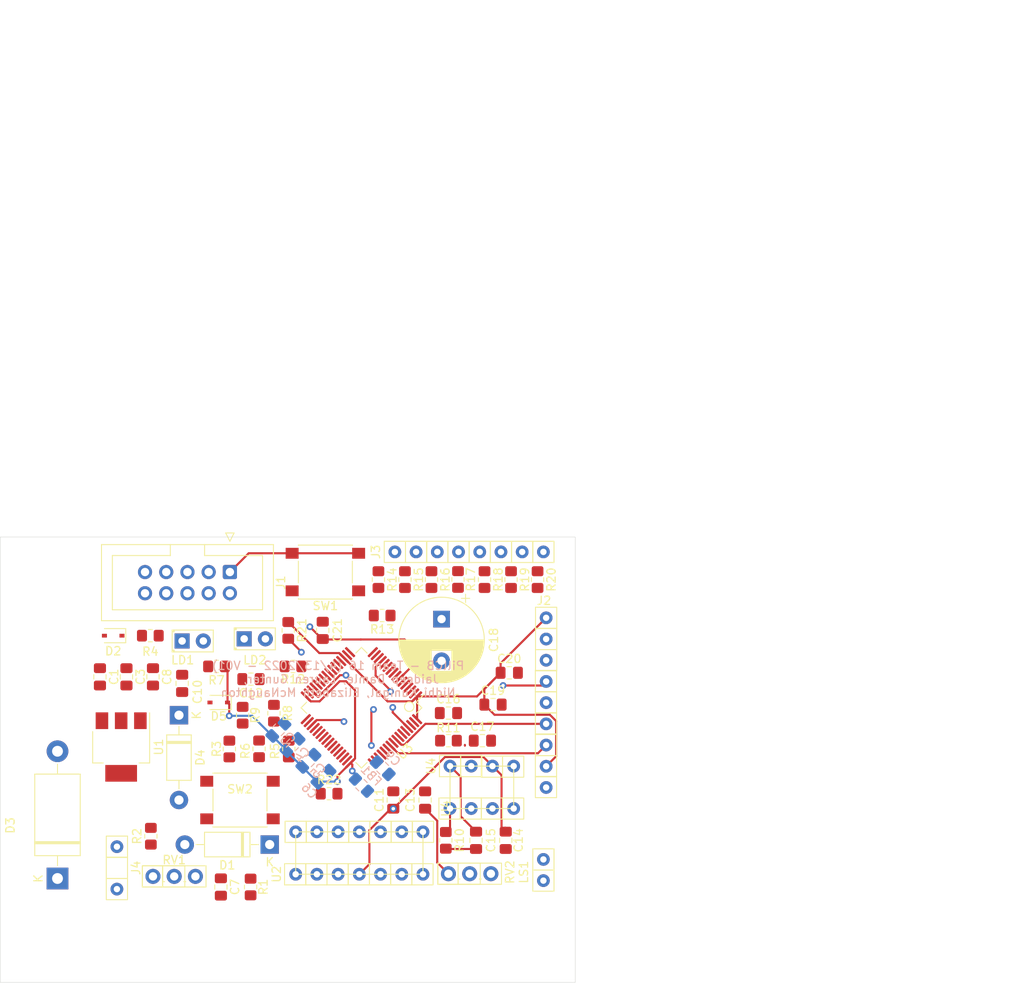
<source format=kicad_pcb>
(kicad_pcb (version 20211014) (generator pcbnew)
  (title_block (title "PillCB - Team 16") (date "2020-06-22") (rev "v01") (comment 4 "Jaideep Damle, Lauren Gunter, Nidhi Kunigal, Elizabeth McNaughton"))
  (layers (0 "F.Cu" signal) (1 "In1.Cu" signal "Ground.Cu") (2 "In2.Cu" signal "Power.Cu") (31 "B.Cu" signal) (34 "B.Paste" user) (35 "F.Paste" user) (36 "B.SilkS" user "B.Silkscreen") (37 "F.SilkS" user "F.Silkscreen") (38 "B.Mask" user) (39 "F.Mask" user) (44 "Edge.Cuts" user))
  (net 0 "")
  (net 1 "Net-(R10-Pad1)")
  (net 2 "GND")
  (net 3 "Net-(RV2-Pad2)")
  (net 4 "Net-(C18-Pad1)")
  (net 5 "+5V")
  (net 6 "Net-(C16-Pad1)")
  (net 7 "Net-(C15-Pad2)")
  (net 8 "Net-(R8-Pad2)")
  (net 9 "Net-(C7-Pad1)")
  (net 10 "Net-(R5-Pad2)")
  (net 11 "+3V0")
  (net 12 "PB8")
  (net 13 "PB11")
  (net 14 "PB14")
  (net 15 "PB5")
  (net 16 "PB3")
  (net 17 "/ignore")
  (net 18 "/AC_SIGNAL")
  (net 19 "/PC0")
  (net 20 "/PC1")
  (net 21 "/PC7")
  (net 22 "/PC2")
  (net 23 "/PC3")
  (net 24 "/PC4")
  (net 25 "/PC5")
  (net 26 "/PC6")
  (net 27 "/NRST")
  (net 28 "/BOOT0")
  (net 29 "Net-(C17-Pad1)")
  (net 30 "Net-(C15-Pad1)")
  (net 31 "/PB2")
  (net 32 "Net-(LD2-Pad2)")
  (net 33 "Net-(LD1-Pad2)")
  (net 34 "Net-(R2-Pad1)")
  (net 35 "Net-(R1-Pad1)")
  (net 36 "Net-(C13-Pad2)")
  (net 37 "Net-(C10-Pad1)")
  (net 38 "/PC13")
  (net 39 "/PC14")
  (net 40 "/PC15")
  (net 41 "/PF0")
  (net 42 "/PF1")
  (net 43 "/3VA")
  (net 44 "/PA0")
  (net 45 "/PA1")
  (net 46 "/PA2")
  (net 47 "/PA3")
  (net 48 "/PA4")
  (net 49 "/PA5")
  (net 50 "/PA6")
  (net 51 "/PA7")
  (net 52 "/PB0")
  (net 53 "/PB1")
  (net 54 "/PB10")
  (net 55 "/PB12")
  (net 56 "/PB13")
  (net 57 "/PB15")
  (net 58 "/PC8")
  (net 59 "/PC9")
  (net 60 "/PA8")
  (net 61 "/PA9")
  (net 62 "/PA10")
  (net 63 "/PA11")
  (net 64 "/PA12")
  (net 65 "/PA13")
  (net 66 "/PA14")
  (net 67 "/PA15")
  (net 68 "/PC10")
  (net 69 "/PC11")
  (net 70 "/PC12")
  (net 71 "/PD2")
  (net 72 "/PB4")
  (net 73 "/PB6")
  (net 74 "/PB7")
  (net 75 "/PB9")
  (net 76 "Net-(D3-Pad2)")
  (net 77 "/U5V")
  (net 79 "/V3.3_IN")
  (net 80 "Net-(J3-Pad1)")
  (net 81 "Net-(J3-Pad2)")
  (net 82 "Net-(J3-Pad3)")
  (net 83 "Net-(J3-Pad4)")
  (net 84 "Net-(J3-Pad5)")
  (net 85 "Net-(J3-Pad6)")
  (net 86 "Net-(J3-Pad7)")
  (net 87 "Net-(J3-Pad8)")
  (net 88 "Net-(LS1-Pad1)")
  (net 89 "Net-(R22-Pad2)")
  (footprint "local_models:J2" (layer "F.Cu") (at 135.14562 101.01676)
    (fp_text reference "J3")
    (fp_text value "Conn_01x08_Female")
  )
  (footprint "Capacitor_SMD:C_0805_2012Metric_Pad1.18x1.45mm_HandSolder" (layer "F.Cu") (at 139.95012 115.49476)
    (fp_text reference "C20")
    (fp_text value "10uF")
  )
  (footprint "Capacitor_THT:CP_Radial_D10.0mm_P5.00mm" (layer "F.Cu") (at 131.84362 109.063083 -90)
    (fp_text reference "C18")
    (fp_text value "220uF")
  )
  (footprint "Resistor_SMD:R_0805_2012Metric_Pad1.20x1.40mm_HandSolder" (layer "F.Cu") (at 136.98712 104.33476 -90)
    (fp_text reference "R18")
    (fp_text value "1K")
  )
  (footprint "Diode_THT:D_DO-201_P15.24mm_Horizontal" (layer "F.Cu") (at 85.86962 140.13276 90)
    (fp_text reference "D3")
    (fp_text value "1N522B")
  )
  (footprint "Capacitor_SMD:C_0805_2012Metric_Pad1.18x1.45mm_HandSolder" (layer "F.Cu") (at 135.97112 135.56076 90)
    (fp_text reference "C15")
    (fp_text value "10uF")
  )
  (footprint "Diode_SMD:D_SOD-323" (layer "F.Cu") (at 105.17362 119.05076 180)
    (fp_text reference "D5")
    (fp_text value "BAT60JFILM")
  )
  (footprint "Capacitor_SMD:C_0805_2012Metric_Pad1.18x1.45mm_HandSolder" (layer "F.Cu") (at 132.66912 120.32076)
    (fp_text reference "C16")
    (fp_text value "10uF")
  )
  (footprint "local_models:potentiometer" (layer "F.Cu") (at 97.29962 139.87876 -90)
    (fp_text reference "RV1")
    (fp_text value "R_Potentiometer_10k")
  )
  (footprint "local_models:J1" (layer "F.Cu") (at 92.98162 138.86276 90)
    (fp_text reference "J4")
    (fp_text value "Conn_01x02_Female")
  )
  (footprint "Capacitor_SMD:C_0805_2012Metric_Pad1.18x1.45mm_HandSolder" (layer "F.Cu") (at 109.02562 116.25676 180)
    (fp_text reference "C12")
    (fp_text value ".1uF")
  )
  (footprint "Capacitor_SMD:C_0805_2012Metric_Pad1.18x1.45mm_HandSolder" (layer "F.Cu") (at 90.94962 115.98126 -90)
    (fp_text reference "C1")
    (fp_text value "22uF")
  )
  (footprint "Button_Switch_SMD:SW_SPST_PTS645" (layer "F.Cu") (at 117.93712 103.42976 180)
    (fp_text reference "SW1")
    (fp_text value "SW_Push")
  )
  (footprint "Resistor_SMD:R_0805_2012Metric_Pad1.20x1.40mm_HandSolder" (layer "F.Cu") (at 106.44362 124.62276 90)
    (fp_text reference "R3")
    (fp_text value "1M")
  )
  (footprint "Resistor_SMD:R_0805_2012Metric_Pad1.20x1.40mm_HandSolder" (layer "F.Cu") (at 96.98212 111.04976)
    (fp_text reference "R4")
    (fp_text value "5.1k")
  )
  (footprint "Resistor_SMD:R_0805_2012Metric_Pad1.20x1.40mm_HandSolder" (layer "F.Cu") (at 111.77762 120.33676 -90)
    (fp_text reference "R8")
    (fp_text value "12k")
  )
  (footprint "local_models:LS1" (layer "F.Cu") (at 144.03562 139.11676 -90)
    (fp_text reference "LS1")
    (fp_text value "Speaker")
  )
  (footprint "Button_Switch_SMD:SW_SPST_PTS645" (layer "F.Cu") (at 107.71362 130.73476)
    (fp_text reference "SW2")
    (fp_text value "SW_Push")
  )
  (footprint "Resistor_SMD:R_0805_2012Metric_Pad1.20x1.40mm_HandSolder" (layer "F.Cu") (at 108.03112 120.57476 90)
    (fp_text reference "R9")
    (fp_text value "2.2k")
  )
  (footprint "Resistor_SMD:R_0805_2012Metric_Pad1.20x1.40mm_HandSolder" (layer "F.Cu") (at 113.55562 124.62276 90)
    (fp_text reference "R5")
    (fp_text value "10k")
  )
  (footprint "Resistor_SMD:R_0805_2012Metric_Pad1.20x1.40mm_HandSolder" (layer "F.Cu") (at 132.66912 123.62276)
    (fp_text reference "R11")
    (fp_text value "10")
  )
  (footprint "local_models:U2" (layer "F.Cu") (at 122.00112 137.08476 90)
    (fp_text reference "U2")
    (fp_text value "LM324")
  )
  (footprint "Capacitor_SMD:C_0805_2012Metric_Pad1.18x1.45mm_HandSolder" (layer "F.Cu") (at 138.00312 119.30476)
    (fp_text reference "C19")
    (fp_text value ".1uF")
  )
  (footprint "LED_THT:LED_D2.0mm_W4.8mm_H2.5mm_FlatTop" (layer "F.Cu") (at 108.21662 111.43076)
    (fp_text reference "LD2")
    (fp_text value "LED_Green")
  )
  (footprint "Capacitor_SMD:C_0805_2012Metric_Pad1.18x1.45mm_HandSolder" (layer "F.Cu") (at 126.06512 130.73476 90)
    (fp_text reference "C11")
    (fp_text value ".1uF")
  )
  (footprint "Package_QFP:LQFP-64_10x10mm_P0.5mm" (layer "F.Cu") (at 122.25512 119.68576 -135)
    (fp_text reference "U3")
    (fp_text value "STM32F091RCTx")
  )
  (footprint "Diode_THT:D_DO-41_SOD81_P10.16mm_Horizontal" (layer "F.Cu") (at 111.26962 136.06876 180)
    (fp_text reference "D1")
    (fp_text value "1N5819")
  )
  (footprint "Resistor_SMD:R_0805_2012Metric_Pad1.20x1.40mm_HandSolder" (layer "F.Cu") (at 109.99962 124.60676 90)
    (fp_text reference "R6")
    (fp_text value "120k")
  )
  (footprint "local_models:potentiometer" (layer "F.Cu") (at 132.66912 139.56126 -90)
    (fp_text reference "RV2")
    (fp_text value "R_Potentiometer_10k")
  )
  (footprint "LED_THT:LED_D2.0mm_W4.8mm_H2.5mm_FlatTop" (layer "F.Cu") (at 100.78712 111.68476)
    (fp_text reference "LD1")
    (fp_text value "LED_Red")
  )
  (footprint "Resistor_SMD:R_0805_2012Metric_Pad1.20x1.40mm_HandSolder" (layer "F.Cu") (at 140.16212 104.33476 -90)
    (fp_text reference "R19")
    (fp_text value "1K")
  )
  (footprint "Capacitor_SMD:C_0805_2012Metric_Pad1.18x1.45mm_HandSolder" (layer "F.Cu") (at 94.12462 115.98126 -90)
    (fp_text reference "C3")
    (fp_text value ".1uF")
  )
  (footprint "Resistor_SMD:R_0805_2012Metric_Pad1.20x1.40mm_HandSolder" (layer "F.Cu") (at 143.33712 104.33476 -90)
    (fp_text reference "R20")
    (fp_text value "1K")
  )
  (footprint "Package_TO_SOT_SMD:SOT-223-3_TabPin2" (layer "F.Cu") (at 93.48962 124.38476 -90)
    (fp_text reference "U1")
    (fp_text value "LD1117S33TR_SOT223")
  )
  (footprint "Capacitor_SMD:C_0805_2012Metric_Pad1.18x1.45mm_HandSolder" (layer "F.Cu") (at 117.61962 110.41476 90)
    (fp_text reference "C21")
    (fp_text value ".1uF")
  )
  (footprint "Capacitor_SMD:C_0805_2012Metric_Pad1.18x1.45mm_HandSolder" (layer "F.Cu") (at 139.52712 135.56076 90)
    (fp_text reference "C14")
    (fp_text value ".1uF")
  )
  (footprint "Resistor_SMD:R_0805_2012Metric_Pad1.20x1.40mm_HandSolder" (layer "F.Cu") (at 108.98362 141.14876 -90)
    (fp_text reference "R1")
    (fp_text value "10k")
  )
  (footprint "Capacitor_SMD:C_0805_2012Metric_Pad1.18x1.45mm_HandSolder" (layer "F.Cu") (at 129.87512 130.73476 -90)
    (fp_text reference "C13")
    (fp_text value "10uF")
  )
  (footprint "Resistor_SMD:R_0805_2012Metric_Pad1.20x1.40mm_HandSolder" (layer "F.Cu") (at 113.49212 110.41476 -90)
    (fp_text reference "R21")
    (fp_text value "100K")
  )
  (footprint "Capacitor_SMD:C_0805_2012Metric_Pad1.18x1.45mm_HandSolder" (layer "F.Cu") (at 97.29962 115.98126 -90)
    (fp_text reference "C8")
    (fp_text value ".1uF")
  )
  (footprint "Diode_THT:D_DO-41_SOD81_P10.16mm_Horizontal" (layer "F.Cu") (at 100.41112 120.57476 -90)
    (fp_text reference "D4")
    (fp_text value "1N5819")
  )
  (footprint "Diode_SMD:D_SOD-323" (layer "F.Cu") (at 92.53712 111.04976 180)
    (fp_text reference "D2")
    (fp_text value "BAT60JFILM")
  )
  (footprint "Resistor_SMD:R_0805_2012Metric_Pad1.20x1.40mm_HandSolder" (layer "F.Cu") (at 127.46212 104.33476 -90)
    (fp_text reference "R15")
    (fp_text value "1K")
  )
  (footprint "Resistor_SMD:R_0805_2012Metric_Pad1.20x1.40mm_HandSolder" (layer "F.Cu") (at 118.38162 129.97276)
    (fp_text reference "R22")
    (fp_text value "10k")
  )
  (footprint "Resistor_SMD:R_0805_2012Metric_Pad1.20x1.40mm_HandSolder" (layer "F.Cu") (at 130.63712 104.33476 -90)
    (fp_text reference "R16")
    (fp_text value "1K")
  )
  (footprint "Resistor_SMD:R_0805_2012Metric_Pad1.20x1.40mm_HandSolder" (layer "F.Cu") (at 104.90362 114.73276 180)
    (fp_text reference "R7")
    (fp_text value "1k")
  )
  (footprint "Capacitor_SMD:C_0805_2012Metric_Pad1.18x1.45mm_HandSolder" (layer "F.Cu") (at 136.73312 123.62276)
    (fp_text reference "C17")
    (fp_text value ".1uF")
  )
  (footprint "local_models:U4" (layer "F.Cu") (at 136.66962 129.21076 90)
    (fp_text reference "U4")
    (fp_text value "LM386")
  )
  (footprint "Resistor_SMD:R_0805_2012Metric_Pad1.20x1.40mm_HandSolder" (layer "F.Cu") (at 132.35162 135.56076 -90)
    (fp_text reference "R10")
    (fp_text value "1.2K")
  )
  (footprint "Resistor_SMD:R_0805_2012Metric_Pad1.20x1.40mm_HandSolder" (layer "F.Cu") (at 133.81212 104.31876 90)
    (fp_text reference "R17")
    (fp_text value "1K")
  )
  (footprint "Resistor_SMD:R_0805_2012Metric_Pad1.20x1.40mm_HandSolder" (layer "F.Cu") (at 124.73162 108.63676 180)
    (fp_text reference "R13")
    (fp_text value "1K")
  )
  (footprint "Resistor_SMD:R_0805_2012Metric_Pad1.20x1.40mm_HandSolder" (layer "F.Cu") (at 124.28712 104.33476 -90)
    (fp_text reference "R14")
    (fp_text value "1K")
  )
  (footprint "local_models:J3" (layer "F.Cu") (at 145.633745 119.05076)
    (fp_text reference "J2")
    (fp_text value "Conn_01x09_Female")
  )
  (footprint "Connector_IDC:IDC-Header_2x05_P2.54mm_Vertical" (layer "F.Cu") (at 106.50712 103.42976 -90)
    (fp_text reference "J1")
    (fp_text value "Conn_02x05_Odd_Even")
  )
  (footprint "Capacitor_SMD:C_0805_2012Metric_Pad1.18x1.45mm_HandSolder" (layer "F.Cu") (at 105.42762 141.14876 -90)
    (fp_text reference "C7")
    (fp_text value ".1uF")
  )
  (footprint "Resistor_SMD:R_0805_2012Metric_Pad1.20x1.40mm_HandSolder" (layer "F.Cu") (at 97.04562 135.06876 90)
    (fp_text reference "R2")
    (fp_text value "10k")
  )
  (footprint "Capacitor_SMD:C_0805_2012Metric_Pad1.18x1.45mm_HandSolder" (layer "F.Cu") (at 100.79212 116.76476 -90)
    (fp_text reference "C10")
    (fp_text value "22uF")
  )
  (footprint "Resistor_SMD:R_0805_2012Metric_Pad1.20x1.40mm_HandSolder" (layer "F.Cu") (at 114.06362 114.73276)
    (fp_text reference "R12")
    (fp_text value "100K")
  )
  (footprint "Capacitor_SMD:C_0805_2012Metric_Pad1.18x1.45mm_HandSolder" (layer "B.Cu") (at 114.00012 124.13076 45)
    (fp_text reference "C4")
    (fp_text value ".1uF")
  )
  (footprint "Capacitor_SMD:C_0805_2012Metric_Pad1.18x1.45mm_HandSolder" (layer "B.Cu") (at 117.711497 127.94076 45)
    (fp_text reference "C6")
    (fp_text value ".1uF")
  )
  (footprint "Capacitor_SMD:C_0805_2012Metric_Pad1.18x1.45mm_HandSolder" (layer "B.Cu") (at 112.313997 122.324383 45)
    (fp_text reference "C2")
    (fp_text value ".1uF")
  )
  (footprint "Capacitor_SMD:C_0805_2012Metric_Pad1.18x1.45mm_HandSolder" (layer "B.Cu") (at 124.79512 126.92476 135)
    (fp_text reference "C9")
    (fp_text value ".1uF")
  )
  (footprint "Inductor_SMD:L_0805_2012Metric_Pad1.15x1.40mm_HandSolder" (layer "B.Cu") (at 122.25512 128.95676 135)
    (fp_text reference "FB1")
    (fp_text value "Ferrite Bead")
  )
  (footprint "Capacitor_SMD:C_0805_2012Metric_Pad1.18x1.45mm_HandSolder" (layer "B.Cu") (at 115.90512 126.03576 45)
    (fp_text reference "C5")
    (fp_text value ".1uF")
  )
  (gr_circle (center 127.973659 119.55876) (end 128.481659 119.81276) (layer "F.SilkS") (width 0.12) (fill none))
  (gr_rect (start 79.01162 152.57876) (end 147.84562 99.23876) (layer "Edge.Cuts") (width 0.05) (fill none))
  (gr_text "PillCB - Team 16 (4/13/2022 - V01)\nJaideep Damle, Lauren Gunter, \nNidhi Kunigal, Elizabeth McNaughton" (at 119.46112 116.25676) (layer "B.SilkS") (effects (font (size 1 1)) (justify mirror)))
  (segment (start 132.85962 134.05276) (end 132.35162 134.56076) (width 0.25) (layer "F.Cu") (net 1))
  (segment (start 132.85962 131.75076) (end 132.85962 134.05276) (width 0.25) (layer "F.Cu") (net 1))
  (segment (start 135.39962 131.75076) (end 135.39962 132.020753) (width 0.25) (layer "F.Cu") (net 2))
  (segment (start 113.04762 121.679253) (end 113.04762 121.59076) (width 0.25) (layer "F.Cu") (net 2))
  (segment (start 111.265127 128.48476) (end 111.69362 128.48476) (width 0.25) (layer "F.Cu") (net 2))
  (segment (start 113.04762 121.59076) (end 113.136113 121.59076) (width 0.25) (layer "F.Cu") (net 2))
  (segment (start 106.45962 123.60676) (end 106.44362 123.62276) (width 0.25) (layer "F.Cu") (net 2))
  (segment (start 108.94612 142.18626) (end 108.98362 142.14876) (width 0.25) (layer "F.Cu") (net 2))
  (segment (start 137.93962 126.67076) (end 136.853109 125.584249) (width 0.25) (layer "F.Cu") (net 5))
  (segment (start 123.20762 134.3417) (end 123.20762 138.41826) (width 0.25) (layer "F.Cu") (net 5))
  (segment (start 137.93962 126.67076) (end 139.026131 127.757271) (width 0.25) (layer "F.Cu") (net 5))
  (segment (start 139.026131 127.757271) (end 139.026131 134.022271) (width 0.25) (layer "F.Cu") (net 5))
  (segment (start 125.77706 131.77226) (end 123.20762 134.3417) (width 0.25) (layer "F.Cu") (net 5))
  (segment (start 139.46362 134.45976) (end 139.46362 134.03676) (width 0.25) (layer "F.Cu") (net 5))
  (segment (start 132.253131 125.584249) (end 126.06512 131.77226) (width 0.25) (layer "F.Cu") (net 5))
  (segment (start 139.026131 134.022271) (end 139.52712 134.52326) (width 0.25) (layer "F.Cu") (net 5))
  (segment (start 123.20762 138.41826) (end 122.00112 139.62476) (width 0.25) (layer "F.Cu") (net 5))
  (segment (start 126.06512 131.77226) (end 125.77706 131.77226) (width 0.25) (layer "F.Cu") (net 5))
  (segment (start 139.52712 134.52326) (end 139.46362 134.45976) (width 0.25) (layer "F.Cu") (net 5))
  (segment (start 136.853109 125.584249) (end 132.253131 125.584249) (width 0.25) (layer "F.Cu") (net 5))
  (via (at 126.06512 131.77226) (size 0.8) (drill 0.4) (layers "F.Cu" "B.Cu") (net 5))
  (via (at 126.06512 131.77226) (size 0.8) (drill 0.4) (layers "F.Cu" "B.Cu") (net 5))
  (segment (start 131.63162 120.32076) (end 131.979613 120.32076) (width 0.25) (layer "F.Cu") (net 6))
  (segment (start 134.63762 124.13076) (end 134.63762 124.22276) (width 0.25) (layer "F.Cu") (net 6))
  (segment (start 135.97112 134.52326) (end 134.12962 132.68176) (width 0.25) (layer "F.Cu") (net 7))
  (segment (start 134.12962 127.94076) (end 132.85962 126.67076) (width 0.25) (layer "F.Cu") (net 7))
  (segment (start 134.12962 132.68176) (end 134.12962 127.94076) (width 0.25) (layer "F.Cu") (net 7))
  (segment (start 116.184613 118.918553) (end 115.590639 118.324579) (width 0.25) (layer "F.Cu") (net 11))
  (segment (start 138.91262 115.49476) (end 138.29912 116.10826) (width 0.25) (layer "F.Cu") (net 11))
  (segment (start 145.55962 121.271326) (end 145.55962 125.496136) (width 0.25) (layer "F.Cu") (net 11))
  (segment (start 136.96562 119.30476) (end 138.18636 120.5255) (width 0.25) (layer "F.Cu") (net 11))
  (segment (start 117.211772 113.134412) (end 119.59286 113.134412) (width 0.25) (layer "F.Cu") (net 11))
  (segment (start 138.91262 115.49476) (end 138.91262 114.363136) (width 0.25) (layer "F.Cu") (net 11))
  (segment (start 120.893939 126.350241) (end 119.38 127.86418) (width 0.25) (layer "F.Cu") (net 11))
  (segment (start 138.29912 116.10826) (end 136.082801 118.324579) (width 0.25) (layer "F.Cu") (net 11))
  (segment (start 136.96562 117.44176) (end 138.91262 115.49476) (width 0.25) (layer "F.Cu") (net 11))
  (segment (start 121.487913 125.756267) (end 121.487913 117.585053) (width 0.25) (layer "F.Cu") (net 11))
  (segment (start 121.158 127.254) (end 121.158 126.492) (width 0.25) (layer "F.Cu") (net 11))
  (segment (start 136.082801 118.324579) (end 128.919601 118.324579) (width 0.25) (layer "F.Cu") (net 11))
  (segment (start 106.22362 115.05276) (end 105.90362 114.73276) (width 0.25) (layer "F.Cu") (net 11))
  (segment (start 119.59286 113.134412) (end 120.186833 113.728385) (width 0.25) (layer "F.Cu") (net 11))
  (segment (start 119.38 127.86418) (end 119.38 128.524) (width 0.25) (layer "F.Cu") (net 11))
  (segment (start 121.158 126.492) (end 121.016241 126.350241) (width 0.25) (layer "F.Cu") (net 11))
  (segment (start 125.377001 118.918553) (end 120.186833 113.728385) (width 0.25) (layer "F.Cu") (net 11))
  (segment (start 120.893939 126.350241) (end 121.487913 125.756267) (width 0.25) (layer "F.Cu") (net 11))
  (segment (start 106.426 120.65) (end 106.426 119.25314) (width 0.25) (layer "F.Cu") (net 11))
  (segment (start 120.41362 116.51076) (end 119.65162 116.51076) (width 0.25) (layer "F.Cu") (net 11))
  (segment (start 121.016241 126.350241) (end 120.893939 126.350241) (width 0.25) (layer "F.Cu") (net 11))
  (segment (start 119.65162 116.51076) (end 117.243827 118.918553) (width 0.25) (layer "F.Cu") (net 11))
  (segment (start 121.487913 117.585053) (end 120.41362 116.51076) (width 0.25) (layer "F.Cu") (net 11))
  (segment (start 117.243827 118.918553) (end 116.184613 118.918553) (width 0.25) (layer "F.Cu") (net 11))
  (segment (start 106.22362 119.05076) (end 106.22362 115.05276) (width 0.25) (layer "F.Cu") (net 11))
  (segment (start 128.919601 118.324579) (end 128.919601 121.046941) (width 0.25) (layer "F.Cu") (net 11))
  (segment (start 138.91262 114.363136) (end 144.363745 108.912011) (width 0.25) (layer "F.Cu") (net 11))
  (segment (start 106.426 119.25314) (end 106.22362 119.05076) (width 0.25) (layer "F.Cu") (net 11))
  (segment (start 113.49212 109.41476) (end 117.211772 113.134412) (width 0.25) (layer "F.Cu") (net 11))
  (segment (start 128.919601 118.324579) (end 128.325627 118.918553) (width 0.25) (layer "F.Cu") (net 11))
  (segment (start 136.96562 119.30476) (end 136.96562 117.44176) (width 0.25) (layer "F.Cu") (net 11))
  (segment (start 144.813794 120.5255) (end 145.55962 121.271326) (width 0.25) (layer "F.Cu") (net 11))
  (segment (start 128.325627 118.918553) (end 125.377001 118.918553) (width 0.25) (layer "F.Cu") (net 11))
  (segment (start 138.18636 120.5255) (end 144.813794 120.5255) (width 0.25) (layer "F.Cu") (net 11))
  (segment (start 145.55962 125.496136) (end 144.363745 126.692011) (width 0.25) (layer "F.Cu") (net 11))
  (via (at 119.38 128.524) (size 0.8) (drill 0.4) (layers "F.Cu" "B.Cu") (net 11))
  (via (at 106.426 120.65) (size 0.8) (drill 0.4) (layers "F.Cu" "B.Cu") (net 11))
  (via (at 121.158 127.254) (size 0.8) (drill 0.4) (layers "F.Cu" "B.Cu") (net 11))
  (segment (start 115.171497 126.769383) (end 113.266497 124.864383) (width 0.25) (layer "B.Cu") (net 11))
  (segment (start 116.977874 128.674383) (end 116.977874 128.57576) (width 0.25) (layer "B.Cu") (net 11))
  (segment (start 116.977874 128.57576) (end 115.171497 126.769383) (width 0.25) (layer "B.Cu") (net 11))
  (segment (start 117.128257 128.524) (end 116.977874 128.674383) (width 0.25) (layer "B.Cu") (net 11))
  (segment (start 121.530336 127.626336) (end 121.158 127.254) (width 0.25) (layer "B.Cu") (net 11))
  (segment (start 113.266497 124.744129) (end 111.580374 123.058006) (width 0.25) (layer "B.Cu") (net 11))
  (segment (start 109.172368 120.65) (end 106.426 120.65) (width 0.25) (layer "B.Cu") (net 11))
  (segment (start 111.580374 123.058006) (end 109.172368 120.65) (width 0.25) (layer "B.Cu") (net 11))
  (segment (start 119.38 128.524) (end 117.128257 128.524) (width 0.25) (layer "B.Cu") (net 11))
  (segment (start 121.530336 128.231976) (end 121.530336 127.626336) (width 0.25) (layer "B.Cu") (net 11))
  (segment (start 113.266497 124.864383) (end 113.266497 124.744129) (width 0.25) (layer "B.Cu") (net 11))
  (segment (start 126.00162 120.25028) (end 127.858941 122.107601) (width 0.25) (layer "F.Cu") (net 12))
  (segment (start 126.00162 119.643053) (end 126.00162 120.25028) (width 0.25) (layer "F.Cu") (net 12))
  (via (at 126.00162 119.643053) (size 0.8) (drill 0.4) (layers "F.Cu" "B.Cu") (net 12))
  (segment (start 117.044272 118.364) (end 116.297745 117.617473) (width 0.25) (layer "F.Cu") (net 13))
  (segment (start 120.396 115.78626) (end 119.683914 115.78626) (width 0.25) (layer "F.Cu") (net 13))
  (segment (start 144.363745 116.532011) (end 143.876996 117.01876) (width 0.25) (layer "F.Cu") (net 13))
  (segment (start 119.683914 115.78626) (end 117.106174 118.364) (width 0.25) (layer "F.Cu") (net 13))
  (segment (start 117.106174 118.364) (end 117.044272 118.364) (width 0.25) (layer "F.Cu") (net 13))
  (segment (start 143.876996 117.01876) (end 139.20962 117.01876) (width 0.25) (layer "F.Cu") (net 13))
  (via (at 120.396 115.78626) (size 0.8) (drill 0.4) (layers "F.Cu" "B.Cu") (net 13))
  (via (at 139.20962 117.01876) (size 0.8) (drill 0.4) (layers "F.Cu" "B.Cu") (net 13))
  (segment (start 116.891718 121.160074) (end 116.297745 121.754047) (width 0.25) (layer "F.Cu") (net 14))
  (segment (start 120.15962 121.33676) (end 119.982934 121.160074) (width 0.25) (layer "F.Cu") (net 14))
  (segment (start 119.982934 121.160074) (end 116.891718 121.160074) (width 0.25) (layer "F.Cu") (net 14))
  (via (at 120.15962 121.33676) (size 0.8) (drill 0.4) (layers "F.Cu" "B.Cu") (net 14))
  (segment (start 127.038702 124.115788) (end 126.444728 123.521814) (width 0.25) (layer "F.Cu") (net 15))
  (segment (start 129.909487 121.612011) (end 127.40571 124.115788) (width 0.25) (layer "F.Cu") (net 15))
  (segment (start 144.363745 121.612011) (end 129.909487 121.612011) (width 0.25) (layer "F.Cu") (net 15))
  (segment (start 127.40571 124.115788) (end 127.038702 124.115788) (width 0.25) (layer "F.Cu") (net 15))
  (segment (start 144.363745 124.152011) (end 143.381027 125.134729) (width 0.25) (layer "F.Cu") (net 16))
  (segment (start 126.643429 125.134729) (end 125.737621 124.228921) (width 0.25) (layer "F.Cu") (net 16))
  (segment (start 143.381027 125.134729) (end 126.643429 125.134729) (width 0.25) (layer "F.Cu") (net 16))
  (segment (start 117.67336 111.506) (end 122.174 111.506) (width 0.25) (layer "F.Cu") (net 27))
  (segment (start 129.286 113.284) (end 129.286 113.71554) (width 0.25) (layer "F.Cu") (net 27))
  (segment (start 115.062 113.03) (end 115.062 112.98464) (width 0.25) (layer "F.Cu") (net 27))
  (segment (start 129.286 113.71554) (end 126.798281 116.203259) (width 0.25) (layer "F.Cu") (net 27))
  (segment (start 127.413394 111.506) (end 129.191394 113.284) (width 0.25) (layer "F.Cu") (net 27))
  (segment (start 117.61962 111.45226) (end 117.67336 111.506) (width 0.25) (layer "F.Cu") (net 27))
  (segment (start 117.61962 111.45226) (end 117.54826 111.45226) (width 0.25) (layer "F.Cu") (net 27))
  (segment (start 115.062 112.98464) (end 113.49212 111.41476) (width 0.25) (layer "F.Cu") (net 27))
  (segment (start 113.95712 101.17976) (end 121.91712 101.17976) (width 0.25) (layer "F.Cu") (net 27))
  (segment (start 129.191394 113.284) (end 129.286 113.284) (width 0.25) (layer "F.Cu") (net 27))
  (segment (start 108.75712 101.17976) (end 106.50712 103.42976) (width 0.25) (layer "F.Cu") (net 27))
  (segment (start 122.174 111.506) (end 127.413394 111.506) (width 0.25) (layer "F.Cu") (net 27))
  (segment (start 113.95712 101.17976) (end 108.75712 101.17976) (width 0.25) (layer "F.Cu") (net 27))
  (segment (start 117.54826 111.45226) (end 116.078 109.982) (width 0.25) (layer "F.Cu") (net 27))
  (via (at 115.062 113.03) (size 0.8) (drill 0.4) (layers "F.Cu" "B.Cu") (net 27))
  (via (at 116.078 109.982) (size 0.8) (drill 0.4) (layers "F.Cu" "B.Cu") (net 27))
  (segment (start 132.38912 136.59826) (end 132.35162 136.56076) (width 0.25) (layer "F.Cu") (net 30))
  (segment (start 135.97112 136.59826) (end 132.38912 136.59826) (width 0.25) (layer "F.Cu") (net 30))
  (segment (start 131.3271 133.22424) (end 131.3271 138.21924) (width 0.25) (layer "F.Cu") (net 36))
  (segment (start 129.87512 131.77226) (end 131.3271 133.22424) (width 0.25) (layer "F.Cu") (net 36))
  (segment (start 131.3271 138.21924) (end 132.66912 139.56126) (width 0.25) (layer "F.Cu") (net 36))
  (segment (start 123.444 120.142) (end 123.444 124.206) (width 0.25) (layer "F.Cu") (net 43))
  (segment (start 124.676961 114.081939) (end 123.952 114.8069) (width 0.25) (layer "F.Cu") (net 43))
  (segment (start 123.952 114.8069) (end 123.952 115.824) (width 0.25) (layer "F.Cu") (net 43))
  (segment (start 125.73 117.602) (end 125.73 117.74326) (width 0.25) (layer "F.Cu") (net 43))
  (segment (start 123.698 119.888) (end 123.444 120.142) (width 0.25) (layer "F.Cu") (net 43))
  (segment (start 123.952 115.824) (end 125.73 117.602) (width 0.25) (layer "F.Cu") (net 43))
  (via (at 125.73 117.74326) (size 0.8) (drill 0.4) (layers "F.Cu" "B.Cu") (net 43))
  (via (at 123.698 119.888) (size 0.8) (drill 0.4) (layers "F.Cu" "B.Cu") (net 43))
  (via (at 123.444 124.206) (size 0.8) (drill 0.4) (layers "F.Cu" "B.Cu") (net 43))
)
</source>
